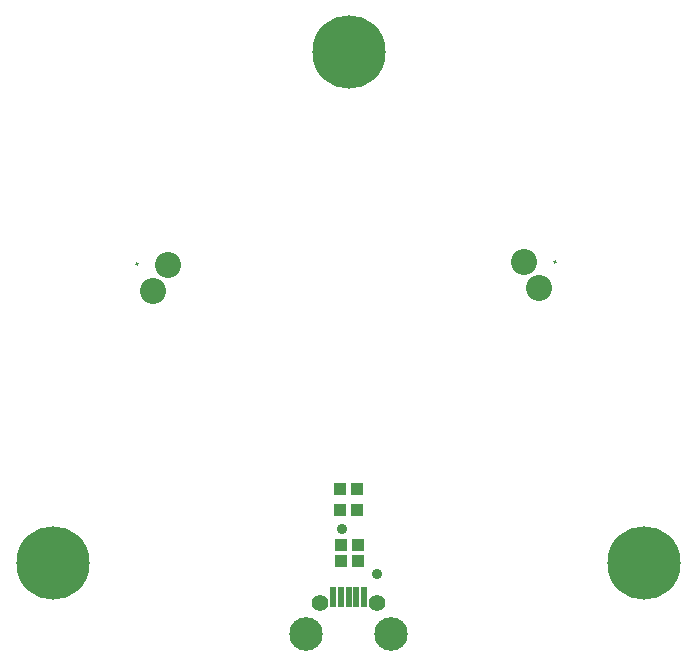
<source format=gts>
G04 Layer_Color=8388736*
%FSLAX44Y44*%
%MOMM*%
G71*
G01*
G75*
%ADD24R,1.0032X1.0032*%
%ADD25R,0.6032X1.8032*%
%ADD26R,1.0532X1.0532*%
%ADD27R,1.0532X1.0532*%
%ADD28C,0.9032*%
%ADD29C,6.2032*%
%ADD30C,2.8432*%
%ADD31C,1.4032*%
G04:AMPARAMS|DCode=32|XSize=0.2032mm|YSize=0.2032mm|CornerRadius=0mm|HoleSize=0mm|Usage=FLASHONLY|Rotation=120.000|XOffset=0mm|YOffset=0mm|HoleType=Round|Shape=RoundedRectangle|*
%AMROUNDEDRECTD32*
21,1,0.2032,0.2032,0,0,120.0*
21,1,0.2032,0.2032,0,0,120.0*
1,1,0.0000,0.0372,0.1388*
1,1,0.0000,0.1388,-0.0372*
1,1,0.0000,-0.0372,-0.1388*
1,1,0.0000,-0.1388,0.0372*
%
%ADD32ROUNDEDRECTD32*%
%ADD33C,2.2032*%
G04:AMPARAMS|DCode=34|XSize=0.2032mm|YSize=0.2032mm|CornerRadius=0mm|HoleSize=0mm|Usage=FLASHONLY|Rotation=240.000|XOffset=0mm|YOffset=0mm|HoleType=Round|Shape=RoundedRectangle|*
%AMROUNDEDRECTD34*
21,1,0.2032,0.2032,0,0,240.0*
21,1,0.2032,0.2032,0,0,240.0*
1,1,0.0000,-0.1388,-0.0372*
1,1,0.0000,-0.0372,0.1388*
1,1,0.0000,0.1388,0.0372*
1,1,0.0000,0.0372,-0.1388*
%
%ADD34ROUNDEDRECTD34*%
D24*
X386500Y176000D02*
D03*
X401500D02*
D03*
D25*
X381000Y85000D02*
D03*
X387500D02*
D03*
X394000D02*
D03*
X400500D02*
D03*
X407000D02*
D03*
D26*
X388000Y115000D02*
D03*
Y129000D02*
D03*
X402000D02*
D03*
Y115000D02*
D03*
D27*
X401000Y158000D02*
D03*
X387000D02*
D03*
D28*
X388250Y142000D02*
D03*
X418000Y104000D02*
D03*
D29*
X644000Y112990D02*
D03*
X144000D02*
D03*
X394000Y546000D02*
D03*
D30*
X430250Y53000D02*
D03*
X357750D02*
D03*
D31*
X418250Y79800D02*
D03*
X369750D02*
D03*
D32*
X568745Y368400D02*
D03*
D33*
X542650Y367999D02*
D03*
X555350Y346002D02*
D03*
X228650Y344002D02*
D03*
X241350Y365999D02*
D03*
D34*
X215255Y366400D02*
D03*
M02*

</source>
